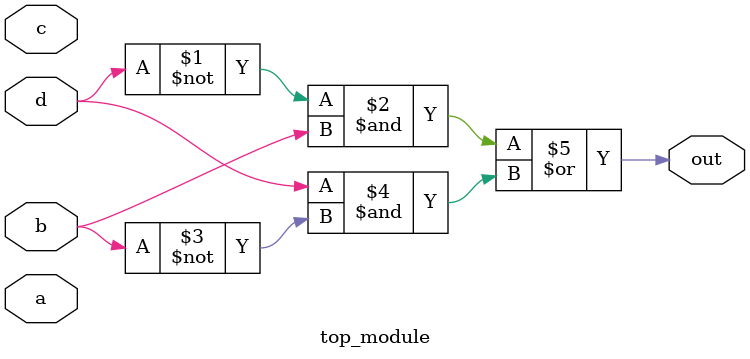
<source format=v>
module top_module(
    input a,
    input b,
    input c,
    input d,
    output out
); 
    assign out = (~d & b) | (d & ~b);
endmodule
</source>
